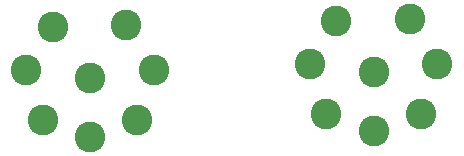
<source format=gts>
G04*
G04 #@! TF.GenerationSoftware,Altium Limited,Altium Designer,20.0.10 (225)*
G04*
G04 Layer_Color=8388736*
%FSLAX25Y25*%
%MOIN*%
G70*
G01*
G75*
%ADD11C,0.10249*%
D11*
X309500Y331500D02*
D03*
X297500Y314000D02*
D03*
X285000Y331000D02*
D03*
X276240Y316500D02*
D03*
X318760D02*
D03*
X281752Y299787D02*
D03*
X297500Y294315D02*
D03*
X313248Y299787D02*
D03*
X404000Y333500D02*
D03*
X392000Y316000D02*
D03*
X379500Y333000D02*
D03*
X370740Y318500D02*
D03*
X413260D02*
D03*
X376252Y301787D02*
D03*
X392000Y296315D02*
D03*
X407748Y301787D02*
D03*
M02*

</source>
